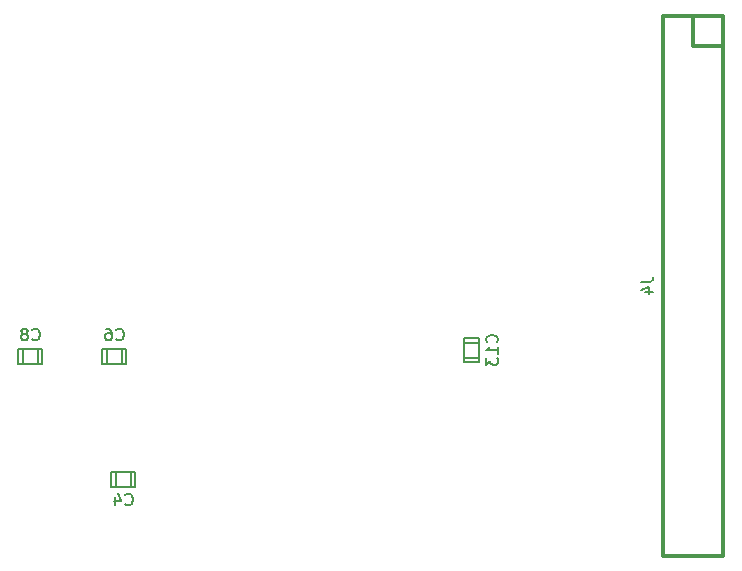
<source format=gbr>
G04 #@! TF.FileFunction,Legend,Bot*
%FSLAX46Y46*%
G04 Gerber Fmt 4.6, Leading zero omitted, Abs format (unit mm)*
G04 Created by KiCad (PCBNEW 4.0.6) date 06/21/17 16:43:10*
%MOMM*%
%LPD*%
G01*
G04 APERTURE LIST*
%ADD10C,0.100000*%
%ADD11C,0.127000*%
%ADD12C,0.304800*%
%ADD13C,0.150000*%
%ADD14C,0.203200*%
G04 APERTURE END LIST*
D10*
D11*
X59563000Y-64135000D02*
X59563000Y-62865000D01*
X58293000Y-64135000D02*
X58293000Y-62890400D01*
X57912000Y-64135000D02*
X59944000Y-64135000D01*
X59944000Y-64135000D02*
X59944000Y-62865000D01*
X59944000Y-62865000D02*
X57912000Y-62865000D01*
X57912000Y-62865000D02*
X57912000Y-64135000D01*
X57531000Y-52451000D02*
X57531000Y-53721000D01*
X58801000Y-52451000D02*
X58801000Y-53695600D01*
X59182000Y-52451000D02*
X57150000Y-52451000D01*
X57150000Y-52451000D02*
X57150000Y-53721000D01*
X57150000Y-53721000D02*
X59182000Y-53721000D01*
X59182000Y-53721000D02*
X59182000Y-52451000D01*
X50419000Y-52451000D02*
X50419000Y-53721000D01*
X51689000Y-52451000D02*
X51689000Y-53695600D01*
X52070000Y-52451000D02*
X50038000Y-52451000D01*
X50038000Y-52451000D02*
X50038000Y-53721000D01*
X50038000Y-53721000D02*
X52070000Y-53721000D01*
X52070000Y-53721000D02*
X52070000Y-52451000D01*
X89027000Y-51943000D02*
X87757000Y-51943000D01*
X89027000Y-53213000D02*
X87782400Y-53213000D01*
X89027000Y-53594000D02*
X89027000Y-51562000D01*
X89027000Y-51562000D02*
X87757000Y-51562000D01*
X87757000Y-51562000D02*
X87757000Y-53594000D01*
X87757000Y-53594000D02*
X89027000Y-53594000D01*
D12*
X109670000Y-24265000D02*
X109670000Y-69985000D01*
X104590000Y-69985000D02*
X104590000Y-24265000D01*
X107130000Y-24265000D02*
X107130000Y-26805000D01*
X107130000Y-26805000D02*
X109670000Y-26805000D01*
X104590000Y-24265000D02*
X109670000Y-24265000D01*
X109670000Y-69985000D02*
X104590000Y-69985000D01*
D13*
X59094666Y-65635143D02*
X59142285Y-65682762D01*
X59285142Y-65730381D01*
X59380380Y-65730381D01*
X59523238Y-65682762D01*
X59618476Y-65587524D01*
X59666095Y-65492286D01*
X59713714Y-65301810D01*
X59713714Y-65158952D01*
X59666095Y-64968476D01*
X59618476Y-64873238D01*
X59523238Y-64778000D01*
X59380380Y-64730381D01*
X59285142Y-64730381D01*
X59142285Y-64778000D01*
X59094666Y-64825619D01*
X58237523Y-65063714D02*
X58237523Y-65730381D01*
X58475619Y-64682762D02*
X58713714Y-65397048D01*
X58094666Y-65397048D01*
X58332666Y-51665143D02*
X58380285Y-51712762D01*
X58523142Y-51760381D01*
X58618380Y-51760381D01*
X58761238Y-51712762D01*
X58856476Y-51617524D01*
X58904095Y-51522286D01*
X58951714Y-51331810D01*
X58951714Y-51188952D01*
X58904095Y-50998476D01*
X58856476Y-50903238D01*
X58761238Y-50808000D01*
X58618380Y-50760381D01*
X58523142Y-50760381D01*
X58380285Y-50808000D01*
X58332666Y-50855619D01*
X57475523Y-50760381D02*
X57666000Y-50760381D01*
X57761238Y-50808000D01*
X57808857Y-50855619D01*
X57904095Y-50998476D01*
X57951714Y-51188952D01*
X57951714Y-51569905D01*
X57904095Y-51665143D01*
X57856476Y-51712762D01*
X57761238Y-51760381D01*
X57570761Y-51760381D01*
X57475523Y-51712762D01*
X57427904Y-51665143D01*
X57380285Y-51569905D01*
X57380285Y-51331810D01*
X57427904Y-51236571D01*
X57475523Y-51188952D01*
X57570761Y-51141333D01*
X57761238Y-51141333D01*
X57856476Y-51188952D01*
X57904095Y-51236571D01*
X57951714Y-51331810D01*
X51220666Y-51665143D02*
X51268285Y-51712762D01*
X51411142Y-51760381D01*
X51506380Y-51760381D01*
X51649238Y-51712762D01*
X51744476Y-51617524D01*
X51792095Y-51522286D01*
X51839714Y-51331810D01*
X51839714Y-51188952D01*
X51792095Y-50998476D01*
X51744476Y-50903238D01*
X51649238Y-50808000D01*
X51506380Y-50760381D01*
X51411142Y-50760381D01*
X51268285Y-50808000D01*
X51220666Y-50855619D01*
X50649238Y-51188952D02*
X50744476Y-51141333D01*
X50792095Y-51093714D01*
X50839714Y-50998476D01*
X50839714Y-50950857D01*
X50792095Y-50855619D01*
X50744476Y-50808000D01*
X50649238Y-50760381D01*
X50458761Y-50760381D01*
X50363523Y-50808000D01*
X50315904Y-50855619D01*
X50268285Y-50950857D01*
X50268285Y-50998476D01*
X50315904Y-51093714D01*
X50363523Y-51141333D01*
X50458761Y-51188952D01*
X50649238Y-51188952D01*
X50744476Y-51236571D01*
X50792095Y-51284190D01*
X50839714Y-51379429D01*
X50839714Y-51569905D01*
X50792095Y-51665143D01*
X50744476Y-51712762D01*
X50649238Y-51760381D01*
X50458761Y-51760381D01*
X50363523Y-51712762D01*
X50315904Y-51665143D01*
X50268285Y-51569905D01*
X50268285Y-51379429D01*
X50315904Y-51284190D01*
X50363523Y-51236571D01*
X50458761Y-51188952D01*
X90527143Y-51935143D02*
X90574762Y-51887524D01*
X90622381Y-51744667D01*
X90622381Y-51649429D01*
X90574762Y-51506571D01*
X90479524Y-51411333D01*
X90384286Y-51363714D01*
X90193810Y-51316095D01*
X90050952Y-51316095D01*
X89860476Y-51363714D01*
X89765238Y-51411333D01*
X89670000Y-51506571D01*
X89622381Y-51649429D01*
X89622381Y-51744667D01*
X89670000Y-51887524D01*
X89717619Y-51935143D01*
X90622381Y-52887524D02*
X90622381Y-52316095D01*
X90622381Y-52601809D02*
X89622381Y-52601809D01*
X89765238Y-52506571D01*
X89860476Y-52411333D01*
X89908095Y-52316095D01*
X89622381Y-53220857D02*
X89622381Y-53839905D01*
X90003333Y-53506571D01*
X90003333Y-53649429D01*
X90050952Y-53744667D01*
X90098571Y-53792286D01*
X90193810Y-53839905D01*
X90431905Y-53839905D01*
X90527143Y-53792286D01*
X90574762Y-53744667D01*
X90622381Y-53649429D01*
X90622381Y-53363714D01*
X90574762Y-53268476D01*
X90527143Y-53220857D01*
D14*
X102763619Y-46786333D02*
X103489333Y-46786333D01*
X103634476Y-46737953D01*
X103731238Y-46641191D01*
X103779619Y-46496048D01*
X103779619Y-46399286D01*
X103102286Y-47705571D02*
X103779619Y-47705571D01*
X102715238Y-47463667D02*
X103440952Y-47221762D01*
X103440952Y-47850714D01*
M02*

</source>
